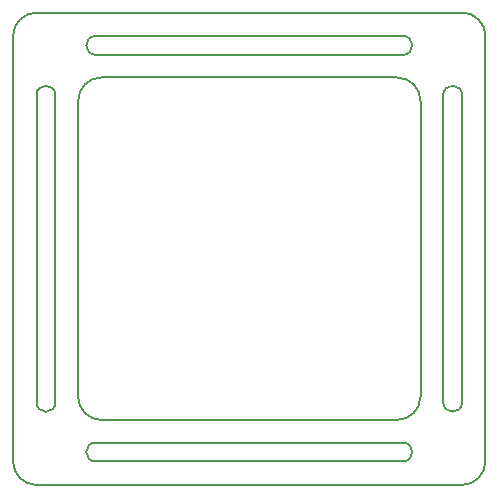
<source format=gbr>
G04 #@! TF.GenerationSoftware,KiCad,Pcbnew,(5.1.2)-1*
G04 #@! TF.CreationDate,2019-05-10T19:59:03-07:00*
G04 #@! TF.ProjectId,inclass-top-v2,696e636c-6173-4732-9d74-6f702d76322e,rev?*
G04 #@! TF.SameCoordinates,Original*
G04 #@! TF.FileFunction,Profile,NP*
%FSLAX46Y46*%
G04 Gerber Fmt 4.6, Leading zero omitted, Abs format (unit mm)*
G04 Created by KiCad (PCBNEW (5.1.2)-1) date 2019-05-10 19:59:03*
%MOMM*%
%LPD*%
G04 APERTURE LIST*
%ADD10C,0.200000*%
G04 APERTURE END LIST*
D10*
X170060000Y-124150000D02*
G75*
G02X168060000Y-126150000I-2000000J0D01*
G01*
X137060000Y-88135000D02*
X163060000Y-88135000D01*
X132045000Y-93150000D02*
G75*
G02X133645000Y-93150000I800000J0D01*
G01*
X137060000Y-124165000D02*
G75*
G02X137060000Y-122565000I0J800000D01*
G01*
X137060000Y-89734999D02*
G75*
G02X137060000Y-88135001I0J799999D01*
G01*
X168075000Y-119150000D02*
G75*
G02X166475000Y-119150000I-800000J0D01*
G01*
X166475001Y-93150000D02*
G75*
G02X168074999Y-93150000I799999J0D01*
G01*
X133645000Y-119150000D02*
X133645000Y-93150000D01*
X166475000Y-93150000D02*
X166475000Y-119150000D01*
X163060000Y-124165000D02*
X137060000Y-124165000D01*
X132045000Y-119150000D02*
X132045000Y-93150000D01*
X133644999Y-119150000D02*
G75*
G02X132045001Y-119150000I-799999J0D01*
G01*
X163060000Y-88135000D02*
G75*
G02X163060000Y-89735000I0J-800000D01*
G01*
X137060000Y-89735000D02*
X163060000Y-89735000D01*
X168075000Y-93150000D02*
X168075000Y-119150000D01*
X163060000Y-122565000D02*
X137060000Y-122565000D01*
X163060000Y-122565001D02*
G75*
G02X163060000Y-124164999I0J-799999D01*
G01*
X164560000Y-118650000D02*
G75*
G02X162560000Y-120650000I-2000000J0D01*
G01*
X162560000Y-91650000D02*
X137560000Y-91650000D01*
X168060000Y-126150000D02*
X132060000Y-126150000D01*
X130060000Y-88150000D02*
X130060000Y-124150000D01*
X132060000Y-126150000D02*
G75*
G02X130060000Y-124150000I0J2000000D01*
G01*
X170060000Y-88150000D02*
X170060000Y-124150000D01*
X130060000Y-88150000D02*
G75*
G02X132060000Y-86150000I2000000J0D01*
G01*
X168060000Y-86150000D02*
X132060000Y-86150000D01*
X168060000Y-86150000D02*
G75*
G02X170060000Y-88150000I0J-2000000D01*
G01*
X162560000Y-91650000D02*
G75*
G02X164560000Y-93650000I0J-2000000D01*
G01*
X135560000Y-93650000D02*
X135560000Y-118650000D01*
X164560000Y-93650000D02*
X164560000Y-118650000D01*
X137560000Y-120650000D02*
G75*
G02X135560000Y-118650000I0J2000000D01*
G01*
X135560000Y-93650000D02*
G75*
G02X137560000Y-91650000I2000000J0D01*
G01*
X162560000Y-120650000D02*
X137560000Y-120650000D01*
M02*

</source>
